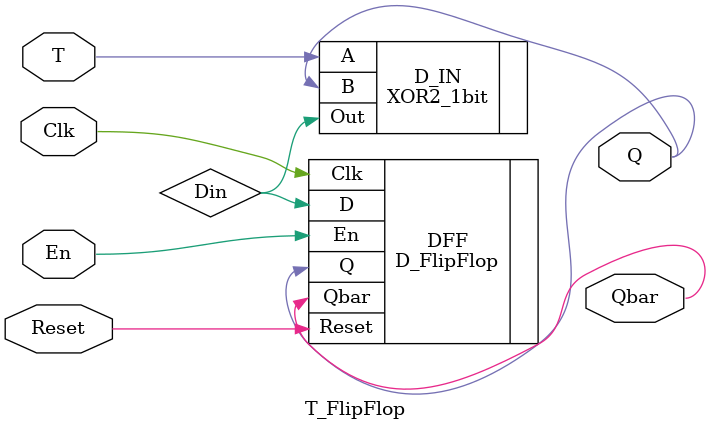
<source format=v>
module T_FlipFlop(Clk, En, Reset, T, Q, Qbar);

input Clk, En, Reset, T;
output Q, Qbar;

XOR2_1bit D_IN(.A(T), .B(Q), .Out(Din));
D_FlipFlop DFF(.Clk(Clk), .En(En), .Reset(Reset), .D(Din), .Q(Q), .Qbar(Qbar));

endmodule


</source>
